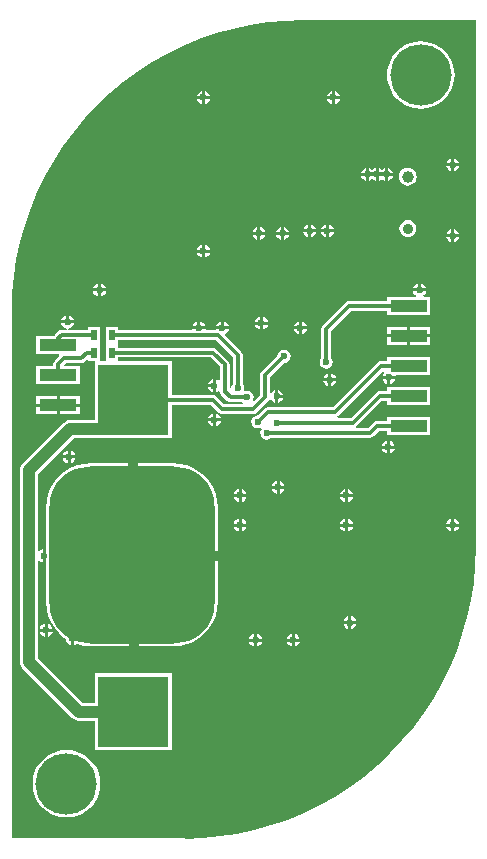
<source format=gbl>
G04*
G04 #@! TF.GenerationSoftware,Altium Limited,Altium Designer,18.1.5 (160)*
G04*
G04 Layer_Physical_Order=2*
G04 Layer_Color=16711680*
%FSLAX25Y25*%
%MOIN*%
G70*
G01*
G75*
%ADD19R,0.01968X0.03543*%
%ADD47C,0.01181*%
%ADD50C,0.03937*%
%ADD56C,0.03543*%
%ADD57C,0.03937*%
%ADD58C,0.20472*%
%ADD59C,0.02362*%
%ADD60R,0.12480X0.04016*%
%ADD61R,0.23622X0.23622*%
G04:AMPARAMS|DCode=62|XSize=590.55mil|YSize=551.18mil|CornerRadius=137.8mil|HoleSize=0mil|Usage=FLASHONLY|Rotation=270.000|XOffset=0mil|YOffset=0mil|HoleType=Round|Shape=RoundedRectangle|*
%AMROUNDEDRECTD62*
21,1,0.59055,0.27559,0,0,270.0*
21,1,0.31496,0.55118,0,0,270.0*
1,1,0.27559,-0.13780,-0.15748*
1,1,0.27559,-0.13780,0.15748*
1,1,0.27559,0.13780,0.15748*
1,1,0.27559,0.13780,-0.15748*
%
%ADD62ROUNDEDRECTD62*%
%ADD63R,0.08911X0.03327*%
%ADD64R,0.03327X0.08911*%
G36*
X98425Y274169D02*
X156059D01*
X156059Y98425D01*
X156078Y98331D01*
X155904Y92567D01*
X155374Y86730D01*
X154492Y80936D01*
X153261Y75205D01*
X151688Y69560D01*
X149776Y64019D01*
X147533Y58605D01*
X144967Y53335D01*
X142088Y48230D01*
X138906Y43308D01*
X135432Y38588D01*
X131680Y34085D01*
X127663Y29818D01*
X123395Y25800D01*
X118893Y22048D01*
X114172Y18575D01*
X109250Y15392D01*
X104145Y12513D01*
X98876Y9947D01*
X93461Y7705D01*
X87921Y5793D01*
X82275Y4219D01*
X76544Y2989D01*
X70750Y2107D01*
X64913Y1577D01*
X59149Y1402D01*
X59055Y1421D01*
X1421D01*
Y177165D01*
X1402Y177259D01*
X1577Y183024D01*
X2107Y188860D01*
X2989Y194655D01*
X4219Y200385D01*
X5793Y206031D01*
X7705Y211571D01*
X9947Y216986D01*
X12513Y222255D01*
X15392Y227360D01*
X18575Y232282D01*
X22048Y237003D01*
X25800Y241505D01*
X29818Y245773D01*
X34085Y249790D01*
X38588Y253542D01*
X43308Y257016D01*
X48230Y260198D01*
X53335Y263077D01*
X58605Y265643D01*
X64019Y267886D01*
X69560Y269798D01*
X75205Y271372D01*
X80936Y272602D01*
X86730Y273484D01*
X92567Y274014D01*
X98331Y274188D01*
X98425Y274169D01*
D02*
G37*
%LPC*%
G36*
X109161Y250550D02*
Y248925D01*
X110786D01*
X110716Y249276D01*
X110234Y249998D01*
X109512Y250480D01*
X109161Y250550D01*
D02*
G37*
G36*
X108161D02*
X107810Y250480D01*
X107089Y249998D01*
X106607Y249276D01*
X106537Y248925D01*
X108161D01*
Y250550D01*
D02*
G37*
G36*
X65854D02*
Y248925D01*
X67479D01*
X67409Y249276D01*
X66927Y249998D01*
X66205Y250480D01*
X65854Y250550D01*
D02*
G37*
G36*
X64854D02*
X64503Y250480D01*
X63782Y249998D01*
X63300Y249276D01*
X63230Y248925D01*
X64854D01*
Y250550D01*
D02*
G37*
G36*
X110786Y247925D02*
X109161D01*
Y246301D01*
X109512Y246371D01*
X110234Y246853D01*
X110716Y247574D01*
X110786Y247925D01*
D02*
G37*
G36*
X108161D02*
X106537D01*
X106607Y247574D01*
X107089Y246853D01*
X107810Y246371D01*
X108161Y246301D01*
Y247925D01*
D02*
G37*
G36*
X67479D02*
X65854D01*
Y246301D01*
X66205Y246371D01*
X66927Y246853D01*
X67409Y247574D01*
X67479Y247925D01*
D02*
G37*
G36*
X64854D02*
X63230D01*
X63300Y247574D01*
X63782Y246853D01*
X64503Y246371D01*
X64854Y246301D01*
Y247925D01*
D02*
G37*
G36*
X137795Y267177D02*
X136032Y267038D01*
X134312Y266625D01*
X132678Y265948D01*
X131170Y265024D01*
X129825Y263875D01*
X128677Y262530D01*
X127753Y261022D01*
X127076Y259388D01*
X126663Y257669D01*
X126524Y255906D01*
X126663Y254142D01*
X127076Y252423D01*
X127753Y250789D01*
X128677Y249281D01*
X129825Y247936D01*
X131170Y246787D01*
X132678Y245863D01*
X134312Y245186D01*
X136032Y244773D01*
X137795Y244635D01*
X139558Y244773D01*
X141278Y245186D01*
X142912Y245863D01*
X144420Y246787D01*
X145765Y247936D01*
X146914Y249281D01*
X147838Y250789D01*
X148515Y252423D01*
X148927Y254142D01*
X149066Y255906D01*
X148927Y257669D01*
X148515Y259388D01*
X147838Y261022D01*
X146914Y262530D01*
X145765Y263875D01*
X144420Y265024D01*
X142912Y265948D01*
X141278Y266625D01*
X139558Y267038D01*
X137795Y267177D01*
D02*
G37*
G36*
X148925Y228121D02*
Y226497D01*
X150550D01*
X150480Y226848D01*
X149998Y227569D01*
X149276Y228051D01*
X148925Y228121D01*
D02*
G37*
G36*
X147925D02*
X147574Y228051D01*
X146853Y227569D01*
X146371Y226848D01*
X146301Y226497D01*
X147925D01*
Y228121D01*
D02*
G37*
G36*
X125878Y224959D02*
X125527Y224889D01*
X125218Y224683D01*
X124803Y224409D01*
X124388Y224683D01*
X124079Y224889D01*
X123728Y224959D01*
Y222835D01*
Y220710D01*
X124079Y220780D01*
X124388Y220987D01*
X124803Y221261D01*
X125218Y220987D01*
X125527Y220780D01*
X125878Y220710D01*
Y222835D01*
Y224959D01*
D02*
G37*
G36*
X122728D02*
X122377Y224889D01*
X121656Y224407D01*
X121651D01*
X120930Y224889D01*
X120579Y224959D01*
Y222835D01*
Y220710D01*
X120930Y220780D01*
X121651Y221262D01*
X121656D01*
X122377Y220780D01*
X122728Y220710D01*
Y222835D01*
Y224959D01*
D02*
G37*
G36*
X150550Y225497D02*
X148925D01*
Y223872D01*
X149276Y223942D01*
X149998Y224424D01*
X150480Y225146D01*
X150550Y225497D01*
D02*
G37*
G36*
X147925D02*
X146301D01*
X146371Y225146D01*
X146853Y224424D01*
X147574Y223942D01*
X147925Y223872D01*
Y225497D01*
D02*
G37*
G36*
X126878Y224959D02*
Y223335D01*
X128502D01*
X128433Y223686D01*
X127950Y224407D01*
X127229Y224889D01*
X126878Y224959D01*
D02*
G37*
G36*
X119579D02*
X119228Y224889D01*
X118506Y224407D01*
X118024Y223686D01*
X117954Y223335D01*
X119579D01*
Y224959D01*
D02*
G37*
G36*
X128502Y222335D02*
X126878D01*
Y220710D01*
X127229Y220780D01*
X127950Y221262D01*
X128433Y221984D01*
X128502Y222335D01*
D02*
G37*
G36*
X119579D02*
X117954D01*
X118024Y221984D01*
X118506Y221262D01*
X119228Y220780D01*
X119579Y220710D01*
Y222335D01*
D02*
G37*
G36*
X133465Y225041D02*
X132690Y224939D01*
X131967Y224640D01*
X131347Y224164D01*
X130872Y223544D01*
X130572Y222822D01*
X130471Y222047D01*
X130572Y221272D01*
X130872Y220550D01*
X131347Y219930D01*
X131967Y219454D01*
X132690Y219155D01*
X133465Y219053D01*
X134239Y219155D01*
X134962Y219454D01*
X135582Y219930D01*
X136057Y220550D01*
X136357Y221272D01*
X136459Y222047D01*
X136357Y222822D01*
X136057Y223544D01*
X135582Y224164D01*
X134962Y224640D01*
X134239Y224939D01*
X133465Y225041D01*
D02*
G37*
G36*
X107193Y206061D02*
Y204437D01*
X108817D01*
X108747Y204788D01*
X108265Y205509D01*
X107544Y205992D01*
X107193Y206061D01*
D02*
G37*
G36*
X106193D02*
X105842Y205992D01*
X105120Y205509D01*
X104638Y204788D01*
X104569Y204437D01*
X106193D01*
Y206061D01*
D02*
G37*
G36*
X101287D02*
Y204437D01*
X102912D01*
X102842Y204788D01*
X102360Y205509D01*
X101638Y205992D01*
X101287Y206061D01*
D02*
G37*
G36*
X100287D02*
X99936Y205992D01*
X99215Y205509D01*
X98733Y204788D01*
X98663Y204437D01*
X100287D01*
Y206061D01*
D02*
G37*
G36*
X92232Y205274D02*
Y203650D01*
X93857D01*
X93787Y204001D01*
X93305Y204722D01*
X92583Y205204D01*
X92232Y205274D01*
D02*
G37*
G36*
X91232D02*
X90881Y205204D01*
X90160Y204722D01*
X89678Y204001D01*
X89608Y203650D01*
X91232D01*
Y205274D01*
D02*
G37*
G36*
X84358Y205274D02*
Y203650D01*
X85983D01*
X85913Y204001D01*
X85431Y204722D01*
X84709Y205204D01*
X84358Y205274D01*
D02*
G37*
G36*
X83358D02*
X83007Y205204D01*
X82286Y204722D01*
X81804Y204001D01*
X81734Y203650D01*
X83358D01*
Y205274D01*
D02*
G37*
G36*
X148925Y204499D02*
Y202875D01*
X150550D01*
X150480Y203226D01*
X149998Y203947D01*
X149276Y204429D01*
X148925Y204499D01*
D02*
G37*
G36*
X147925D02*
X147574Y204429D01*
X146853Y203947D01*
X146371Y203226D01*
X146301Y202875D01*
X147925D01*
Y204499D01*
D02*
G37*
G36*
X133465Y207520D02*
X132741Y207425D01*
X132067Y207145D01*
X131488Y206701D01*
X131044Y206122D01*
X130764Y205448D01*
X130669Y204724D01*
X130764Y204001D01*
X131044Y203327D01*
X131488Y202748D01*
X132067Y202303D01*
X132741Y202024D01*
X133465Y201929D01*
X134188Y202024D01*
X134862Y202303D01*
X135441Y202748D01*
X135886Y203327D01*
X136165Y204001D01*
X136260Y204724D01*
X136165Y205448D01*
X135886Y206122D01*
X135441Y206701D01*
X134862Y207145D01*
X134188Y207425D01*
X133465Y207520D01*
D02*
G37*
G36*
X108817Y203437D02*
X107193D01*
Y201813D01*
X107544Y201883D01*
X108265Y202364D01*
X108747Y203086D01*
X108817Y203437D01*
D02*
G37*
G36*
X106193D02*
X104569D01*
X104638Y203086D01*
X105120Y202364D01*
X105842Y201883D01*
X106193Y201813D01*
Y203437D01*
D02*
G37*
G36*
X102912D02*
X101287D01*
Y201813D01*
X101638Y201883D01*
X102360Y202364D01*
X102842Y203086D01*
X102912Y203437D01*
D02*
G37*
G36*
X100287D02*
X98663D01*
X98733Y203086D01*
X99215Y202364D01*
X99936Y201883D01*
X100287Y201813D01*
Y203437D01*
D02*
G37*
G36*
X93857Y202650D02*
X92232D01*
Y201025D01*
X92583Y201095D01*
X93305Y201577D01*
X93787Y202299D01*
X93857Y202650D01*
D02*
G37*
G36*
X91232D02*
X89608D01*
X89678Y202299D01*
X90160Y201577D01*
X90881Y201095D01*
X91232Y201025D01*
Y202650D01*
D02*
G37*
G36*
X85983Y202650D02*
X84358D01*
Y201025D01*
X84709Y201095D01*
X85431Y201577D01*
X85913Y202299D01*
X85983Y202650D01*
D02*
G37*
G36*
X83358D02*
X81734D01*
X81804Y202299D01*
X82286Y201577D01*
X83007Y201095D01*
X83358Y201025D01*
Y202650D01*
D02*
G37*
G36*
X150550Y201875D02*
X148925D01*
Y200250D01*
X149276Y200320D01*
X149998Y200802D01*
X150480Y201524D01*
X150550Y201875D01*
D02*
G37*
G36*
X147925D02*
X146301D01*
X146371Y201524D01*
X146853Y200802D01*
X147574Y200320D01*
X147925Y200250D01*
Y201875D01*
D02*
G37*
G36*
X65854Y199369D02*
Y197744D01*
X67479D01*
X67409Y198095D01*
X66927Y198817D01*
X66205Y199299D01*
X65854Y199369D01*
D02*
G37*
G36*
X64854D02*
X64503Y199299D01*
X63782Y198817D01*
X63300Y198095D01*
X63230Y197744D01*
X64854D01*
Y199369D01*
D02*
G37*
G36*
X67479Y196744D02*
X65854D01*
Y195120D01*
X66205Y195189D01*
X66927Y195672D01*
X67409Y196393D01*
X67479Y196744D01*
D02*
G37*
G36*
X64854D02*
X63230D01*
X63300Y196393D01*
X63782Y195672D01*
X64503Y195189D01*
X64854Y195120D01*
Y196744D01*
D02*
G37*
G36*
X137902Y186376D02*
Y184752D01*
X139526D01*
X139456Y185103D01*
X138974Y185825D01*
X138253Y186307D01*
X137902Y186376D01*
D02*
G37*
G36*
X136902D02*
X136550Y186307D01*
X135829Y185825D01*
X135347Y185103D01*
X135277Y184752D01*
X136902D01*
Y186376D01*
D02*
G37*
G36*
X31209D02*
Y184752D01*
X32833D01*
X32763Y185103D01*
X32281Y185825D01*
X31560Y186307D01*
X31209Y186376D01*
D02*
G37*
G36*
X30209D02*
X29858Y186307D01*
X29136Y185825D01*
X28654Y185103D01*
X28584Y184752D01*
X30209D01*
Y186376D01*
D02*
G37*
G36*
X32833Y183752D02*
X31209D01*
Y182128D01*
X31560Y182197D01*
X32281Y182679D01*
X32763Y183401D01*
X32833Y183752D01*
D02*
G37*
G36*
X30209D02*
X28584D01*
X28654Y183401D01*
X29136Y182679D01*
X29858Y182197D01*
X30209Y182128D01*
Y183752D01*
D02*
G37*
G36*
X139526D02*
X135277D01*
X135347Y183401D01*
X135829Y182679D01*
X136198Y182433D01*
X136046Y181933D01*
X126463D01*
Y180547D01*
X113947D01*
X113327Y180423D01*
X112800Y180072D01*
X105152Y172424D01*
X104801Y171898D01*
X104677Y171277D01*
Y161735D01*
X104245Y161087D01*
X104075Y160236D01*
X104245Y159385D01*
X104727Y158664D01*
X105448Y158182D01*
X106299Y158012D01*
X107150Y158182D01*
X107872Y158664D01*
X108354Y159385D01*
X108523Y160236D01*
X108354Y161087D01*
X107921Y161735D01*
Y170606D01*
X114619Y177304D01*
X126463D01*
Y175917D01*
X140944D01*
Y181933D01*
X138757D01*
X138605Y182433D01*
X138974Y182679D01*
X139456Y183401D01*
X139526Y183752D01*
D02*
G37*
G36*
X20579Y175746D02*
Y174122D01*
X22203D01*
X22133Y174473D01*
X21651Y175195D01*
X20930Y175677D01*
X20579Y175746D01*
D02*
G37*
G36*
X19579D02*
X19228Y175677D01*
X18506Y175195D01*
X18024Y174473D01*
X17954Y174122D01*
X19579D01*
Y175746D01*
D02*
G37*
G36*
X85146Y175353D02*
Y173728D01*
X86770D01*
X86700Y174079D01*
X86218Y174801D01*
X85497Y175283D01*
X85146Y175353D01*
D02*
G37*
G36*
X84146D02*
X83795Y175283D01*
X83073Y174801D01*
X82591Y174079D01*
X82521Y173728D01*
X84146D01*
Y175353D01*
D02*
G37*
G36*
X98158Y173778D02*
Y172153D01*
X99782D01*
X99712Y172505D01*
X99230Y173226D01*
X98509Y173708D01*
X98158Y173778D01*
D02*
G37*
G36*
X97158D02*
X96807Y173708D01*
X96085Y173226D01*
X95603Y172505D01*
X95533Y172153D01*
X97158D01*
Y173778D01*
D02*
G37*
G36*
X72154D02*
Y172153D01*
X73778D01*
X73708Y172505D01*
X73226Y173226D01*
X72505Y173708D01*
X72154Y173778D01*
D02*
G37*
G36*
X71153D02*
X70802Y173708D01*
X70081Y173226D01*
X69599Y172505D01*
X69529Y172153D01*
X71153D01*
Y173778D01*
D02*
G37*
G36*
X64299D02*
Y172153D01*
X65924D01*
X65854Y172505D01*
X65372Y173226D01*
X64650Y173708D01*
X64299Y173778D01*
D02*
G37*
G36*
X63300D02*
X62949Y173708D01*
X62227Y173226D01*
X61745Y172505D01*
X61675Y172153D01*
X63300D01*
Y173778D01*
D02*
G37*
G36*
X86770Y172728D02*
X85146D01*
Y171104D01*
X85497Y171174D01*
X86218Y171656D01*
X86700Y172377D01*
X86770Y172728D01*
D02*
G37*
G36*
X84146D02*
X82521D01*
X82591Y172377D01*
X83073Y171656D01*
X83795Y171174D01*
X84146Y171104D01*
Y172728D01*
D02*
G37*
G36*
X99782Y171153D02*
X98158D01*
Y169529D01*
X98509Y169599D01*
X99230Y170081D01*
X99712Y170802D01*
X99782Y171153D01*
D02*
G37*
G36*
X97158D02*
X95533D01*
X95603Y170802D01*
X96085Y170081D01*
X96807Y169599D01*
X97158Y169529D01*
Y171153D01*
D02*
G37*
G36*
X140944Y171933D02*
X134204D01*
Y169425D01*
X140944D01*
Y171933D01*
D02*
G37*
G36*
X133203D02*
X126463D01*
Y169425D01*
X133203D01*
Y171933D01*
D02*
G37*
G36*
X140944Y168425D02*
X134204D01*
Y165917D01*
X140944D01*
Y168425D01*
D02*
G37*
G36*
X133203D02*
X126463D01*
Y165917D01*
X133203D01*
Y168425D01*
D02*
G37*
G36*
X140944Y161933D02*
X126463D01*
Y160547D01*
X124612D01*
X123991Y160423D01*
X123465Y160072D01*
X108524Y145131D01*
X86749D01*
X86129Y145008D01*
X85602Y144656D01*
X83472Y142525D01*
X82707Y142373D01*
X81986Y141891D01*
X81504Y141169D01*
X81335Y140318D01*
X81504Y139467D01*
X81986Y138746D01*
X82707Y138264D01*
X83558Y138095D01*
X84380Y138258D01*
X84467Y138192D01*
X84724Y137873D01*
X84449Y137461D01*
X84280Y136610D01*
X84449Y135759D01*
X84931Y135038D01*
X85653Y134556D01*
X86504Y134386D01*
X87355Y134556D01*
X88003Y134988D01*
X120981D01*
X121602Y135112D01*
X122128Y135464D01*
X123968Y137303D01*
X126463D01*
Y135917D01*
X140944D01*
Y141933D01*
X126463D01*
Y140547D01*
X123296D01*
X122675Y140423D01*
X122149Y140072D01*
X120309Y138232D01*
X116245D01*
X116093Y138732D01*
X116316Y138881D01*
X124739Y147303D01*
X126463D01*
Y145917D01*
X140944D01*
Y151933D01*
X126463D01*
Y150547D01*
X124067D01*
X123446Y150423D01*
X122920Y150072D01*
X114497Y141649D01*
X110175D01*
X110023Y142149D01*
X110343Y142362D01*
X125133Y157153D01*
X125335Y157120D01*
X125424Y156971D01*
X125520Y156582D01*
X125111Y155969D01*
X125041Y155618D01*
X129379D01*
X129624Y155917D01*
X140944D01*
Y161933D01*
D02*
G37*
G36*
X107980Y156455D02*
Y154831D01*
X109605D01*
X109535Y155182D01*
X109053Y155903D01*
X108331Y156385D01*
X107980Y156455D01*
D02*
G37*
G36*
X106980D02*
X106629Y156385D01*
X105908Y155903D01*
X105426Y155182D01*
X105356Y154831D01*
X106980D01*
Y156455D01*
D02*
G37*
G36*
X129290Y154618D02*
X127665D01*
Y152994D01*
X128016Y153064D01*
X128738Y153546D01*
X129220Y154267D01*
X129290Y154618D01*
D02*
G37*
G36*
X126665D02*
X125041D01*
X125111Y154267D01*
X125593Y153546D01*
X126314Y153064D01*
X126665Y152994D01*
Y154618D01*
D02*
G37*
G36*
X109605Y153831D02*
X107980D01*
Y152206D01*
X108331Y152276D01*
X109053Y152758D01*
X109535Y153480D01*
X109605Y153831D01*
D02*
G37*
G36*
X106980D02*
X105356D01*
X105426Y153480D01*
X105908Y152758D01*
X106629Y152276D01*
X106980Y152206D01*
Y153831D01*
D02*
G37*
G36*
X90264Y150943D02*
Y149319D01*
X91888D01*
X91818Y149670D01*
X91336Y150391D01*
X90615Y150873D01*
X90264Y150943D01*
D02*
G37*
G36*
X91888Y148319D02*
X90264D01*
Y146695D01*
X90615Y146764D01*
X91336Y147246D01*
X91818Y147968D01*
X91888Y148319D01*
D02*
G37*
G36*
X22203Y173122D02*
X17954D01*
X18024Y172771D01*
X18506Y172050D01*
X19228Y171567D01*
X19690Y171476D01*
X20004Y171413D01*
X19955Y170913D01*
X18110D01*
X17490Y170790D01*
X16963Y170438D01*
X15769Y169244D01*
X15476Y168805D01*
X9676D01*
Y162789D01*
X17148D01*
X17356Y162289D01*
X15769Y160703D01*
X15418Y160177D01*
X15294Y159556D01*
Y158805D01*
X9676D01*
Y152789D01*
X24156D01*
Y158805D01*
X19165D01*
X18958Y159305D01*
X19476Y159822D01*
X24436D01*
X25057Y159946D01*
X25583Y160297D01*
X26333Y161048D01*
X26795Y160856D01*
Y160614D01*
X28735D01*
X29181Y160484D01*
X29181Y160114D01*
Y140917D01*
X20889D01*
X20114Y140815D01*
X19691Y140640D01*
X19392Y140516D01*
X18772Y140040D01*
X4956Y126224D01*
X4480Y125604D01*
X4181Y124882D01*
X4079Y124107D01*
Y60381D01*
X4181Y59606D01*
X4480Y58884D01*
X4956Y58264D01*
X21601Y41619D01*
X22221Y41143D01*
X22943Y40844D01*
X23718Y40742D01*
X29181D01*
Y30925D01*
X54803D01*
Y56547D01*
X29181D01*
Y46730D01*
X24958D01*
X10067Y61621D01*
Y94042D01*
X10567Y94194D01*
X10632Y94097D01*
X11354Y93615D01*
X11705Y93545D01*
Y95669D01*
Y97794D01*
X11354Y97724D01*
X10632Y97242D01*
X10567Y97145D01*
X10067Y97296D01*
Y122867D01*
X22129Y134929D01*
X29181D01*
Y134862D01*
X54803D01*
Y146052D01*
X67797D01*
X70507Y143342D01*
X71033Y142990D01*
X71653Y142867D01*
X81890D01*
X82510Y142990D01*
X83037Y143342D01*
X86974Y147278D01*
X87283Y147742D01*
X87592Y147795D01*
X87831Y147786D01*
X88191Y147246D01*
X88913Y146764D01*
X89264Y146695D01*
Y148819D01*
Y150943D01*
X88913Y150873D01*
X88191Y150391D01*
X87949Y150028D01*
X87449Y150180D01*
Y155112D01*
X92236Y159900D01*
X93001Y160052D01*
X93722Y160534D01*
X94204Y161255D01*
X94373Y162106D01*
X94204Y162957D01*
X93722Y163679D01*
X93001Y164161D01*
X92149Y164330D01*
X91298Y164161D01*
X90577Y163679D01*
X90095Y162957D01*
X89943Y162193D01*
X84680Y156930D01*
X84329Y156404D01*
X84205Y155783D01*
Y149097D01*
X82365Y147257D01*
X81976Y147574D01*
X82145Y148425D01*
X81976Y149276D01*
X81494Y149998D01*
X80772Y150480D01*
X79921Y150649D01*
X79256Y150517D01*
X79222Y150533D01*
X78879Y150876D01*
X78863Y150909D01*
X78996Y151575D01*
X78826Y152426D01*
X78393Y153074D01*
Y162598D01*
X78270Y163219D01*
X77918Y163745D01*
X72530Y169133D01*
X72665Y169706D01*
X73226Y170081D01*
X73708Y170802D01*
X73778Y171153D01*
X69390D01*
X69185Y170904D01*
X66268D01*
X66063Y171153D01*
X61536D01*
X61331Y170904D01*
X36984D01*
Y172063D01*
X33016D01*
Y166520D01*
X33016D01*
Y166157D01*
X33016D01*
X33016Y160614D01*
X32570Y160484D01*
X31210D01*
X30764Y160614D01*
X30764Y160984D01*
Y166157D01*
X30764D01*
Y166520D01*
X30764D01*
Y172063D01*
X26795D01*
Y170913D01*
X20203D01*
X20153Y171413D01*
X20468Y171476D01*
X20930Y171567D01*
X21651Y172050D01*
X22133Y172771D01*
X22203Y173122D01*
D02*
G37*
G36*
X24156Y148805D02*
X17416D01*
Y146297D01*
X24156D01*
Y148805D01*
D02*
G37*
G36*
X16416D02*
X9676D01*
Y146297D01*
X16416D01*
Y148805D01*
D02*
G37*
G36*
X24156Y145297D02*
X17416D01*
Y142789D01*
X24156D01*
Y145297D01*
D02*
G37*
G36*
X16416D02*
X9676D01*
Y142789D01*
X16416D01*
Y145297D01*
D02*
G37*
G36*
X69496Y143069D02*
Y141445D01*
X71120D01*
X71051Y141796D01*
X70569Y142517D01*
X69847Y142999D01*
X69496Y143069D01*
D02*
G37*
G36*
X68496D02*
X68145Y142999D01*
X67423Y142517D01*
X66941Y141796D01*
X66872Y141445D01*
X68496D01*
Y143069D01*
D02*
G37*
G36*
X71120Y140445D02*
X69496D01*
Y138821D01*
X69847Y138890D01*
X70569Y139372D01*
X71051Y140094D01*
X71120Y140445D01*
D02*
G37*
G36*
X68496D02*
X66872D01*
X66941Y140094D01*
X67423Y139372D01*
X68145Y138890D01*
X68496Y138821D01*
Y140445D01*
D02*
G37*
G36*
X127449Y134014D02*
Y132390D01*
X129073D01*
X129003Y132741D01*
X128521Y133462D01*
X127800Y133944D01*
X127449Y134014D01*
D02*
G37*
G36*
X126449D02*
X126098Y133944D01*
X125376Y133462D01*
X124894Y132741D01*
X124824Y132390D01*
X126449D01*
Y134014D01*
D02*
G37*
G36*
X129073Y131390D02*
X127449D01*
Y129765D01*
X127800Y129835D01*
X128521Y130317D01*
X129003Y131039D01*
X129073Y131390D01*
D02*
G37*
G36*
X126449D02*
X124824D01*
X124894Y131039D01*
X125376Y130317D01*
X126098Y129835D01*
X126449Y129765D01*
Y131390D01*
D02*
G37*
G36*
X21068Y130742D02*
Y129117D01*
X22692D01*
X22623Y129468D01*
X22141Y130190D01*
X21419Y130672D01*
X21068Y130742D01*
D02*
G37*
G36*
X20068D02*
X19717Y130672D01*
X18996Y130190D01*
X18514Y129468D01*
X18444Y129117D01*
X20068D01*
Y130742D01*
D02*
G37*
G36*
X22692Y128117D02*
X21068D01*
Y126493D01*
X21419Y126563D01*
X22141Y127045D01*
X22623Y127766D01*
X22692Y128117D01*
D02*
G37*
G36*
X20068D02*
X18444D01*
X18514Y127766D01*
X18996Y127045D01*
X19717Y126563D01*
X20068Y126493D01*
Y128117D01*
D02*
G37*
G36*
X90716Y120628D02*
Y119004D01*
X92340D01*
X92270Y119355D01*
X91788Y120076D01*
X91067Y120559D01*
X90716Y120628D01*
D02*
G37*
G36*
X89716D02*
X89365Y120559D01*
X88643Y120076D01*
X88161Y119355D01*
X88092Y119004D01*
X89716D01*
Y120628D01*
D02*
G37*
G36*
X92340Y118004D02*
X90716D01*
Y116380D01*
X91067Y116449D01*
X91788Y116931D01*
X92270Y117653D01*
X92340Y118004D01*
D02*
G37*
G36*
X89716D02*
X88092D01*
X88161Y117653D01*
X88643Y116931D01*
X89365Y116449D01*
X89716Y116380D01*
Y118004D01*
D02*
G37*
G36*
X113492Y117872D02*
Y116248D01*
X115117D01*
X115047Y116599D01*
X114565Y117321D01*
X113843Y117803D01*
X113492Y117872D01*
D02*
G37*
G36*
X112492D02*
X112141Y117803D01*
X111420Y117321D01*
X110938Y116599D01*
X110868Y116248D01*
X112492D01*
Y117872D01*
D02*
G37*
G36*
X78059D02*
Y116248D01*
X79683D01*
X79614Y116599D01*
X79132Y117321D01*
X78410Y117803D01*
X78059Y117872D01*
D02*
G37*
G36*
X77059D02*
X76708Y117803D01*
X75987Y117321D01*
X75504Y116599D01*
X75435Y116248D01*
X77059D01*
Y117872D01*
D02*
G37*
G36*
X115117Y115248D02*
X113492D01*
Y113624D01*
X113843Y113693D01*
X114565Y114175D01*
X115047Y114897D01*
X115117Y115248D01*
D02*
G37*
G36*
X112492D02*
X110868D01*
X110938Y114897D01*
X111420Y114175D01*
X112141Y113693D01*
X112492Y113624D01*
Y115248D01*
D02*
G37*
G36*
X79683D02*
X78059D01*
Y113624D01*
X78410Y113693D01*
X79132Y114175D01*
X79614Y114897D01*
X79683Y115248D01*
D02*
G37*
G36*
X77059D02*
X75435D01*
X75504Y114897D01*
X75987Y114175D01*
X76708Y113693D01*
X77059Y113624D01*
Y115248D01*
D02*
G37*
G36*
X148925Y108030D02*
Y106405D01*
X150550D01*
X150480Y106756D01*
X149998Y107478D01*
X149276Y107960D01*
X148925Y108030D01*
D02*
G37*
G36*
X147925D02*
X147574Y107960D01*
X146853Y107478D01*
X146371Y106756D01*
X146301Y106405D01*
X147925D01*
Y108030D01*
D02*
G37*
G36*
X113492D02*
Y106405D01*
X115117D01*
X115047Y106756D01*
X114565Y107478D01*
X113843Y107960D01*
X113492Y108030D01*
D02*
G37*
G36*
X112492D02*
X112141Y107960D01*
X111420Y107478D01*
X110938Y106756D01*
X110868Y106405D01*
X112492D01*
Y108030D01*
D02*
G37*
G36*
X78059D02*
Y106405D01*
X79683D01*
X79614Y106756D01*
X79132Y107478D01*
X78410Y107960D01*
X78059Y108030D01*
D02*
G37*
G36*
X77059D02*
X76708Y107960D01*
X75987Y107478D01*
X75504Y106756D01*
X75435Y106405D01*
X77059D01*
Y108030D01*
D02*
G37*
G36*
X150550Y105405D02*
X148925D01*
Y103781D01*
X149276Y103851D01*
X149998Y104333D01*
X150480Y105054D01*
X150550Y105405D01*
D02*
G37*
G36*
X147925D02*
X146301D01*
X146371Y105054D01*
X146853Y104333D01*
X147574Y103851D01*
X147925Y103781D01*
Y105405D01*
D02*
G37*
G36*
X115117D02*
X113492D01*
Y103781D01*
X113843Y103851D01*
X114565Y104333D01*
X115047Y105054D01*
X115117Y105405D01*
D02*
G37*
G36*
X112492D02*
X110868D01*
X110938Y105054D01*
X111420Y104333D01*
X112141Y103851D01*
X112492Y103781D01*
Y105405D01*
D02*
G37*
G36*
X79683D02*
X78059D01*
Y103781D01*
X78410Y103851D01*
X79132Y104333D01*
X79614Y105054D01*
X79683Y105405D01*
D02*
G37*
G36*
X77059D02*
X75435D01*
X75504Y105054D01*
X75987Y104333D01*
X76708Y103851D01*
X77059Y103781D01*
Y105405D01*
D02*
G37*
G36*
X55279Y126573D02*
X42000D01*
Y96500D01*
X70105D01*
Y111748D01*
X69922Y114067D01*
X69379Y116329D01*
X68489Y118479D01*
X67273Y120462D01*
X65763Y122231D01*
X63994Y123742D01*
X62010Y124957D01*
X59861Y125848D01*
X57599Y126391D01*
X55279Y126573D01*
D02*
G37*
G36*
X114672Y75538D02*
Y73913D01*
X116296D01*
X116227Y74264D01*
X115744Y74986D01*
X115023Y75468D01*
X114672Y75538D01*
D02*
G37*
G36*
X113672D02*
X113321Y75468D01*
X112600Y74986D01*
X112118Y74264D01*
X112048Y73913D01*
X113672D01*
Y75538D01*
D02*
G37*
G36*
X13409Y72990D02*
Y71366D01*
X15033D01*
X14964Y71717D01*
X14481Y72438D01*
X13760Y72920D01*
X13409Y72990D01*
D02*
G37*
G36*
X12409D02*
X12058Y72920D01*
X11337Y72438D01*
X10854Y71717D01*
X10785Y71366D01*
X12409D01*
Y72990D01*
D02*
G37*
G36*
X116296Y72913D02*
X114672D01*
Y71289D01*
X115023Y71359D01*
X115744Y71841D01*
X116227Y72562D01*
X116296Y72913D01*
D02*
G37*
G36*
X113672D02*
X112048D01*
X112118Y72562D01*
X112600Y71841D01*
X113321Y71359D01*
X113672Y71289D01*
Y72913D01*
D02*
G37*
G36*
X15033Y70366D02*
X13409D01*
Y68741D01*
X13760Y68811D01*
X14481Y69293D01*
X14964Y70015D01*
X15033Y70366D01*
D02*
G37*
G36*
X12409D02*
X10785D01*
X10854Y70015D01*
X11337Y69293D01*
X12058Y68811D01*
X12409Y68741D01*
Y70366D01*
D02*
G37*
G36*
X95777Y69683D02*
Y68059D01*
X97401D01*
X97331Y68410D01*
X96849Y69131D01*
X96128Y69614D01*
X95777Y69683D01*
D02*
G37*
G36*
X94777D02*
X94426Y69614D01*
X93704Y69131D01*
X93222Y68410D01*
X93152Y68059D01*
X94777D01*
Y69683D01*
D02*
G37*
G36*
X83231D02*
Y68059D01*
X84855D01*
X84785Y68410D01*
X84303Y69131D01*
X83582Y69614D01*
X83231Y69683D01*
D02*
G37*
G36*
X82231D02*
X81880Y69614D01*
X81158Y69131D01*
X80676Y68410D01*
X80606Y68059D01*
X82231D01*
Y69683D01*
D02*
G37*
G36*
X97401Y67059D02*
X95777D01*
Y65435D01*
X96128Y65504D01*
X96849Y65987D01*
X97331Y66708D01*
X97401Y67059D01*
D02*
G37*
G36*
X94777D02*
X93152D01*
X93222Y66708D01*
X93704Y65987D01*
X94426Y65504D01*
X94777Y65435D01*
Y67059D01*
D02*
G37*
G36*
X84855D02*
X83231D01*
Y65435D01*
X83582Y65504D01*
X84303Y65987D01*
X84785Y66708D01*
X84855Y67059D01*
D02*
G37*
G36*
X82231D02*
X80606D01*
X80676Y66708D01*
X81158Y65987D01*
X81880Y65504D01*
X82231Y65435D01*
Y67059D01*
D02*
G37*
G36*
X70105Y95500D02*
X42000D01*
Y65427D01*
X55279D01*
X57599Y65609D01*
X59861Y66152D01*
X62010Y67043D01*
X63994Y68258D01*
X65763Y69769D01*
X67273Y71538D01*
X68489Y73522D01*
X69379Y75671D01*
X69922Y77933D01*
X70105Y80252D01*
Y95500D01*
D02*
G37*
G36*
X41000Y126573D02*
X27720D01*
X25401Y126391D01*
X23139Y125848D01*
X20990Y124957D01*
X19006Y123742D01*
X17237Y122231D01*
X15727Y120462D01*
X14511Y118479D01*
X13621Y116329D01*
X13078Y114067D01*
X12895Y111748D01*
Y98150D01*
X12705Y97993D01*
Y95669D01*
Y93345D01*
X12895Y93189D01*
Y80252D01*
X13078Y77933D01*
X13621Y75671D01*
X14511Y73522D01*
X15727Y71538D01*
X17237Y69769D01*
X19006Y68258D01*
X19455Y67983D01*
X19599Y67259D01*
X20081Y66538D01*
X20802Y66056D01*
X21154Y65986D01*
Y68110D01*
X22153D01*
Y65986D01*
X22505Y66056D01*
X22837Y66278D01*
X23139Y66152D01*
X25401Y65609D01*
X27720Y65427D01*
X41000D01*
Y96000D01*
Y126573D01*
D02*
G37*
G36*
X19685Y30956D02*
X17922Y30817D01*
X16202Y30404D01*
X14568Y29728D01*
X13060Y28803D01*
X11715Y27655D01*
X10567Y26310D01*
X9642Y24802D01*
X8966Y23168D01*
X8553Y21448D01*
X8414Y19685D01*
X8553Y17922D01*
X8966Y16202D01*
X9642Y14568D01*
X10567Y13060D01*
X11715Y11715D01*
X13060Y10567D01*
X14568Y9642D01*
X16202Y8966D01*
X17922Y8553D01*
X19685Y8414D01*
X21448Y8553D01*
X23168Y8966D01*
X24802Y9642D01*
X26310Y10567D01*
X27655Y11715D01*
X28803Y13060D01*
X29728Y14568D01*
X30404Y16202D01*
X30817Y17922D01*
X30956Y19685D01*
X30817Y21448D01*
X30404Y23168D01*
X29728Y24802D01*
X28803Y26310D01*
X27655Y27655D01*
X26310Y28803D01*
X24802Y29728D01*
X23168Y30404D01*
X21448Y30817D01*
X19685Y30956D01*
D02*
G37*
%LPD*%
G36*
X70819Y158777D02*
Y154368D01*
X70319Y154101D01*
X69847Y154417D01*
X69496Y154487D01*
Y152362D01*
Y150238D01*
X69847Y150308D01*
X70319Y150623D01*
X70819Y150394D01*
X70943Y149773D01*
X71294Y149247D01*
X73263Y147278D01*
X73789Y146927D01*
X74409Y146803D01*
X78273D01*
X78451Y146610D01*
X78232Y146110D01*
X72325D01*
X69615Y148820D01*
X69089Y149171D01*
X68468Y149295D01*
X54803D01*
Y160484D01*
X37430D01*
X36984Y160614D01*
X36984Y160984D01*
Y161764D01*
X67832D01*
X70819Y158777D01*
D02*
G37*
G36*
X75150Y161927D02*
Y153074D01*
X74717Y152426D01*
X74563Y151649D01*
X74063Y151699D01*
Y159449D01*
X73939Y160069D01*
X73588Y160596D01*
X69651Y164532D01*
X69125Y164884D01*
X68504Y165007D01*
X36984D01*
Y166157D01*
X36984D01*
Y166520D01*
X36984D01*
Y167660D01*
X69416D01*
X75150Y161927D01*
D02*
G37*
%LPC*%
G36*
X68496Y154487D02*
X68145Y154417D01*
X67423Y153935D01*
X66941Y153213D01*
X66872Y152862D01*
X68496D01*
Y154487D01*
D02*
G37*
G36*
Y151862D02*
X66872D01*
X66941Y151511D01*
X67423Y150790D01*
X68145Y150308D01*
X68496Y150238D01*
Y151862D01*
D02*
G37*
%LPD*%
D19*
X35000Y169291D02*
D03*
X28780D02*
D03*
X35000Y163386D02*
D03*
X28780D02*
D03*
D47*
X123228Y222835D02*
X126378D01*
X120079D02*
X123228D01*
X85827Y155783D02*
X92149Y162106D01*
X85827Y148425D02*
Y155783D01*
X35000Y169291D02*
X35009Y169282D01*
X70088D01*
X76772Y162598D01*
Y151575D02*
Y162598D01*
X35000Y163386D02*
X68504D01*
X72441Y159449D01*
Y150394D02*
Y159449D01*
Y150394D02*
X74409Y148425D01*
X79921D01*
X81890Y144488D02*
X85827Y148425D01*
X71653Y144488D02*
X81890D01*
X68468Y147673D02*
X71653Y144488D01*
X41992Y147673D02*
X68468D01*
X18110Y169291D02*
X28780D01*
X16916Y168097D02*
X18110Y169291D01*
X16916Y165797D02*
Y168097D01*
X26378Y163386D02*
X28780D01*
X24436Y161444D02*
X26378Y163386D01*
X18804Y161444D02*
X24436D01*
X106299Y160236D02*
Y171277D01*
X113947Y178925D01*
X133703D01*
X124067Y148925D02*
X133703D01*
X89790Y140027D02*
X115169D01*
X124067Y148925D01*
X83558Y140318D02*
X86749Y143509D01*
X109196D01*
X124612Y158925D01*
X133703D01*
X16916Y155797D02*
Y159556D01*
X18804Y161444D01*
X16916Y165797D02*
X16932Y165781D01*
X86504Y136610D02*
X120981D01*
X123296Y138925D01*
X133703D01*
D50*
X7073Y60381D02*
X23718Y43736D01*
X7073Y124107D02*
X20889Y137923D01*
X7073Y60381D02*
Y124107D01*
X20889Y137923D02*
X39183D01*
X23718Y43736D02*
X41992D01*
D56*
X133465Y204724D02*
D03*
D57*
Y222047D02*
D03*
D58*
X137795Y255906D02*
D03*
X19685Y19685D02*
D03*
D59*
X148425Y202375D02*
D03*
Y225997D02*
D03*
X71653Y171653D02*
D03*
X84646Y173228D02*
D03*
X20472Y116535D02*
D03*
X108661Y248425D02*
D03*
X65354D02*
D03*
X92149Y162106D02*
D03*
X76772Y151575D02*
D03*
X79921Y148425D02*
D03*
X97658Y171653D02*
D03*
X107480Y154331D02*
D03*
X106299Y160236D02*
D03*
X89764Y148819D02*
D03*
X126378Y222835D02*
D03*
X123228D02*
D03*
X120079D02*
D03*
X89790Y140027D02*
D03*
X83558Y140318D02*
D03*
X86504Y136610D02*
D03*
X68996Y140945D02*
D03*
X126949Y131890D02*
D03*
X64739Y73413D02*
D03*
X114172D02*
D03*
X90216Y118504D02*
D03*
X95277Y67559D02*
D03*
X82731D02*
D03*
X20568Y128617D02*
D03*
X37413Y73647D02*
D03*
X12909Y70866D02*
D03*
X63800Y171653D02*
D03*
X21260Y70875D02*
D03*
X24185Y70854D02*
D03*
Y68170D02*
D03*
X27110Y70834D02*
D03*
Y68149D02*
D03*
X21654Y68110D02*
D03*
X12205Y95669D02*
D03*
X127165Y155118D02*
D03*
X77559Y115748D02*
D03*
Y105905D02*
D03*
X112992D02*
D03*
X42126D02*
D03*
Y115748D02*
D03*
X148425Y105905D02*
D03*
X112992Y115748D02*
D03*
X30709Y184252D02*
D03*
X137402D02*
D03*
Y148425D02*
D03*
X65354Y197244D02*
D03*
X83858Y203150D02*
D03*
X20079Y173622D02*
D03*
X68996Y152362D02*
D03*
X100787Y203937D02*
D03*
X106693D02*
D03*
X91732Y203150D02*
D03*
D60*
X133703Y138925D02*
D03*
Y148925D02*
D03*
Y158925D02*
D03*
Y178925D02*
D03*
Y168925D02*
D03*
X16916Y145797D02*
D03*
Y155797D02*
D03*
Y165797D02*
D03*
D61*
X41992Y43736D02*
D03*
Y147673D02*
D03*
D62*
X41500Y96000D02*
D03*
D63*
X70218Y95742D02*
D03*
D64*
X41758Y123718D02*
D03*
X42242Y67282D02*
D03*
M02*

</source>
